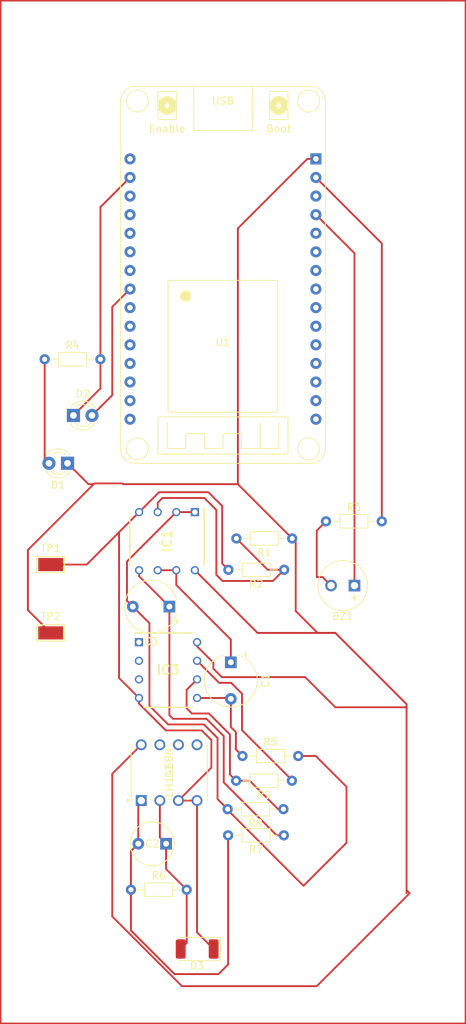
<source format=kicad_pcb>
(kicad_pcb (version 20211014) (generator pcbnew)
  (layers (0 "F.Cu" signal) (31 "B.Cu" signal) (34 "B.Paste" user) (35 "F.Paste" user) (36 "B.SilkS" user "B.Silkscreen") (37 "F.SilkS" user "F.Silkscreen") (38 "B.Mask" user) (39 "F.Mask" user) (44 "Edge.Cuts" user))
  (net 0 "")
  (net 1 "Net-(C1-Pad1)")
  (net 2 "/SIGNAL_2")
  (net 3 "Net-(C2-Pad1)")
  (net 4 "Net-(C2-Pad2)")
  (net 5 "/SIGNAL_1")
  (net 6 "/PWD_1.65")
  (net 7 "VCC")
  (net 8 "GND")
  (net 9 "Net-(IC1-Pad3)")
  (net 16 "Net-(IC3-Pad7)")
  (net 17 "Net-(BZ1-Pad1)")
  (net 18 "Net-(BZ1-Pad2)")
  (net 19 "Net-(D1-Pad2)")
  (net 20 "Net-(D2-Pad1)")
  (net 21 "Net-(D2-Pad2)")
  (net 22 "Net-(R3-Pad2)")
  (net 27 "SIGNAL_OUT")
  (footprint "Custom:MC1458N" (layer "F.Cu") (at 179.221973 149.900005 90)
    (fp_text reference "IC2" (at 3.81 3.81 90) (layer "F.SilkS"))
    (fp_text value "LM1458N" (at 3.81 3.81 90) (layer "F.SilkS"))
    (fp_text user "*" (at 0 -1.5113 90) (layer "F.SilkS"))
    (fp_text user "*" (at 0 -1.5113 90) (layer "F.SilkS"))
    (fp_line (start 0.127 -1.397) (end 0.127 -1.08204) (layer "F.SilkS") (width 0.12))
    (fp_line (start 0.127 9.017) (end 7.493 9.017) (layer "F.SilkS") (width 0.12))
    (fp_line (start 7.493 6.545439) (end 7.493 6.154561) (layer "F.SilkS") (width 0.12))
    (fp_line (start 0.127 1.08204) (end 0.127 1.465439) (layer "F.SilkS") (width 0.12))
    (fp_line (start 0.127 3.614561) (end 0.127 4.005439) (layer "F.SilkS") (width 0.12))
    (fp_line (start 7.493 4.005439) (end 7.493 3.614561) (layer "F.SilkS") (width 0.12))
    (fp_line (start 7.493 9.017) (end 7.493 8.694561) (layer "F.SilkS") (width 0.12))
    (fp_line (start 0.127 8.694561) (end 0.127 9.017) (layer "F.SilkS") (width 0.12))
    (fp_line (start 7.493 -1.397) (end 0.127 -1.397) (layer "F.SilkS") (width 0.12))
    (fp_line (start 7.493 -1.074561) (end 7.493 -1.397) (layer "F.SilkS") (width 0.12))
    (fp_line (start 0.127 6.154561) (end 0.127 6.545439) (layer "F.SilkS") (width 0.12))
    (fp_line (start 7.493 1.465439) (end 7.493 1.074561) (layer "F.SilkS") (width 0.12))
    (pad "1" thru_hole rect locked (at 0 0 90) (size 1.4986 1.4986) (drill 0.9906) (layers *.Cu *.Mask) (net 4 "Net-(C2-Pad2)"))
    (pad "2" thru_hole circle locked (at 0 2.54 90) (size 1.4986 1.4986) (drill 0.9906) (layers *.Cu *.Mask) (net 3 "Net-(C2-Pad1)"))
    (pad "3" thru_hole circle locked (at 0 5.08 90) (size 1.4986 1.4986) (drill 0.9906) (layers *.Cu *.Mask) (net 8 "GND"))
    (pad "4" thru_hole circle locked (at 0 7.62 90) (size 1.4986 1.4986) (drill 0.9906) (layers *.Cu *.Mask) (net 8 "GND"))
    (pad "5" thru_hole circle locked (at 7.62 7.62 90) (size 1.4986 1.4986) (drill 0.9906) (layers *.Cu *.Mask))
    (pad "6" thru_hole circle locked (at 7.62 5.08 90) (size 1.4986 1.4986) (drill 0.9906) (layers *.Cu *.Mask))
    (pad "7" thru_hole circle locked (at 7.62 2.54 90) (size 1.4986 1.4986) (drill 0.9906) (layers *.Cu *.Mask))
    (pad "8" thru_hole circle locked (at 7.62 0 90) (size 1.4986 1.4986) (drill 0.9906) (layers *.Cu *.Mask) (net 7 "VCC"))
  )
  (footprint "Resistor_THT:R_Axial_DIN0204_L3.6mm_D1.6mm_P7.62mm_Horizontal" (layer "F.Cu") (at 198.748124 118.37707 180)
    (fp_text reference "R2" (at 3.81 -1.92) (layer "F.SilkS"))
    (fp_text value "10k")
    (fp_line (start 5.73 0.92) (end 5.73 -0.92) (layer "F.SilkS") (width 0.12))
    (fp_line (start 1.89 0.92) (end 5.73 0.92) (layer "F.SilkS") (width 0.12))
    (fp_line (start 5.73 -0.92) (end 1.89 -0.92) (layer "F.SilkS") (width 0.12))
    (fp_line (start 0.94 0) (end 1.89 0) (layer "F.SilkS") (width 0.12))
    (fp_line (start 6.68 0) (end 5.73 0) (layer "F.SilkS") (width 0.12))
    (fp_line (start 1.89 -0.92) (end 1.89 0.92) (layer "F.SilkS") (width 0.12))
    (pad "1" thru_hole circle (at 0 0 180) (size 1.4 1.4) (drill 0.7) (layers *.Cu *.Mask) (net 9 "Net-(IC1-Pad3)"))
    (pad "2" thru_hole oval (at 7.62 0 180) (size 1.4 1.4) (drill 0.7) (layers *.Cu *.Mask) (net 8 "GND"))
  )
  (footprint "Resistor_THT:R_Axial_DIN0204_L3.6mm_D1.6mm_P7.62mm_Horizontal" (layer "F.Cu") (at 198.647016 151.075791 180)
    (fp_text reference "R8" (at 3.81 -1.92) (layer "F.SilkS"))
    (fp_text value "1k")
    (fp_line (start 5.73 0.92) (end 5.73 -0.92) (layer "F.SilkS") (width 0.12))
    (fp_line (start 5.73 -0.92) (end 1.89 -0.92) (layer "F.SilkS") (width 0.12))
    (fp_line (start 1.89 0.92) (end 5.73 0.92) (layer "F.SilkS") (width 0.12))
    (fp_line (start 1.89 -0.92) (end 1.89 0.92) (layer "F.SilkS") (width 0.12))
    (fp_line (start 0.94 0) (end 1.89 0) (layer "F.SilkS") (width 0.12))
    (fp_line (start 6.68 0) (end 5.73 0) (layer "F.SilkS") (width 0.12))
    (pad "1" thru_hole circle (at 0 0 180) (size 1.4 1.4) (drill 0.7) (layers *.Cu *.Mask) (net 27 "SIGNAL_OUT"))
    (pad "2" thru_hole oval (at 7.62 0 180) (size 1.4 1.4) (drill 0.7) (layers *.Cu *.Mask) (net 6 "/PWD_1.65"))
  )
  (footprint "TestPoint:TestPoint_Keystone_5015_Micro-Minature" (layer "F.Cu") (at 166.847018 127)
    (fp_text reference "TP2" (at 0 -2.25) (layer "F.SilkS"))
    (fp_text value "TestPoint")
    (fp_line (start -1.9 1.1) (end -1.9 -1.1) (layer "F.SilkS") (width 0.15))
    (fp_line (start 1.9 1.1) (end -1.9 1.1) (layer "F.SilkS") (width 0.15))
    (fp_line (start 1.9 -1.1) (end 1.9 1.1) (layer "F.SilkS") (width 0.15))
    (fp_line (start -1.9 -1.1) (end 1.9 -1.1) (layer "F.SilkS") (width 0.15))
    (pad "1" smd rect (at 0 0) (size 3.4 1.8) (layers "F.Cu" "F.Paste" "F.Mask") (net 7 "VCC"))
  )
  (footprint "Custom:DIP794W53P254L959H508Q8N" (layer "F.Cu") (at 182.88 132.08)
    (fp_text reference "IC3" (at 0 0) (layer "F.SilkS") (effects (font (size 1.27 1.27) (thickness 0.254))))
    (fp_text value "RC4558IP" hide)
    (fp_line (start -3.3 5.08) (end 3.3 5.08) (layer "F.SilkS") (width 0.2))
    (fp_line (start -4.535 -5.08) (end 3.3 -5.08) (layer "F.SilkS") (width 0.2))
    (pad "1" thru_hole rect locked (at -3.97 -3.81) (size 1.13 1.13) (drill 0.73) (layers *.Cu *.Mask))
    (pad "2" thru_hole circle locked (at -3.97 -1.27) (size 1.13 1.13) (drill 0.73) (layers *.Cu *.Mask))
    (pad "3" thru_hole circle locked (at -3.97 1.27) (size 1.13 1.13) (drill 0.73) (layers *.Cu *.Mask))
    (pad "4" thru_hole circle locked (at -3.97 3.81) (size 1.13 1.13) (drill 0.73) (layers *.Cu *.Mask) (net 8 "GND"))
    (pad "5" thru_hole circle locked (at 3.97 3.81) (size 1.13 1.13) (drill 0.73) (layers *.Cu *.Mask) (net 2 "/SIGNAL_2"))
    (pad "6" thru_hole circle locked (at 3.97 1.27) (size 1.13 1.13) (drill 0.73) (layers *.Cu *.Mask) (net 27 "SIGNAL_OUT"))
    (pad "7" thru_hole circle locked (at 3.97 -1.27) (size 1.13 1.13) (drill 0.73) (layers *.Cu *.Mask) (net 16 "Net-(IC3-Pad7)"))
    (pad "8" thru_hole circle locked (at 3.97 -3.81) (size 1.13 1.13) (drill 0.73) (layers *.Cu *.Mask) (net 7 "VCC"))
  )
  (footprint "Resistor_THT:R_Axial_DIN0204_L3.6mm_D1.6mm_P7.62mm_Horizontal" (layer "F.Cu") (at 199.808322 147.189298 180)
    (fp_text reference "R9" (at 3.81 -1.92) (layer "F.SilkS"))
    (fp_text value "100k")
    (fp_line (start 5.73 0.92) (end 5.73 -0.92) (layer "F.SilkS") (width 0.12))
    (fp_line (start 6.68 0) (end 5.73 0) (layer "F.SilkS") (width 0.12))
    (fp_line (start 5.73 -0.92) (end 1.89 -0.92) (layer "F.SilkS") (width 0.12))
    (fp_line (start 1.89 0.92) (end 5.73 0.92) (layer "F.SilkS") (width 0.12))
    (fp_line (start 0.94 0) (end 1.89 0) (layer "F.SilkS") (width 0.12))
    (fp_line (start 1.89 -0.92) (end 1.89 0.92) (layer "F.SilkS") (width 0.12))
    (pad "1" thru_hole circle (at 0 0 180) (size 1.4 1.4) (drill 0.7) (layers *.Cu *.Mask) (net 16 "Net-(IC3-Pad7)"))
    (pad "2" thru_hole oval (at 7.62 0 180) (size 1.4 1.4) (drill 0.7) (layers *.Cu *.Mask) (net 27 "SIGNAL_OUT"))
  )
  (footprint "Capacitor_THT:CP_Radial_D8.0mm_P3.80mm" (layer "F.Cu") (at 182.615188 155.798503 180)
    (fp_text reference "C2" (at 1.9 0) (layer "F.SilkS"))
    (fp_text value "15p")
    (fp_circle (center 1.9 0) (end 4.9 0) (layer "F.SilkS") (width 0.12) (fill none))
    (pad "1" thru_hole rect (at 0 0 180) (size 1.6 1.6) (drill 0.8) (layers *.Cu *.Mask) (net 3 "Net-(C2-Pad1)"))
    (pad "2" thru_hole circle (at 3.8 0 180) (size 1.6 1.6) (drill 0.8) (layers *.Cu *.Mask) (net 4 "Net-(C2-Pad2)"))
  )
  (footprint "Resistor_THT:R_Axial_DIN0204_L3.6mm_D1.6mm_P7.62mm_Horizontal" (layer "F.Cu") (at 204.47 111.76)
    (fp_text reference "R3" (at 3.81 -1.92) (layer "F.SilkS"))
    (fp_text value "120")
    (fp_line (start 5.73 -0.92) (end 1.89 -0.92) (layer "F.SilkS") (width 0.12))
    (fp_line (start 5.73 0.92) (end 5.73 -0.92) (layer "F.SilkS") (width 0.12))
    (fp_line (start 6.68 0) (end 5.73 0) (layer "F.SilkS") (width 0.12))
    (fp_line (start 0.94 0) (end 1.89 0) (layer "F.SilkS") (width 0.12))
    (fp_line (start 1.89 -0.92) (end 1.89 0.92) (layer "F.SilkS") (width 0.12))
    (fp_line (start 1.89 0.92) (end 5.73 0.92) (layer "F.SilkS") (width 0.12))
    (pad "1" thru_hole circle (at 0 0) (size 1.4 1.4) (drill 0.7) (layers *.Cu *.Mask) (net 18 "Net-(BZ1-Pad2)"))
    (pad "2" thru_hole oval (at 7.62 0) (size 1.4 1.4) (drill 0.7) (layers *.Cu *.Mask) (net 22 "Net-(R3-Pad2)"))
  )
  (footprint "LED_THT:LED_D3.0mm_Clear" (layer "F.Cu") (at 169.148613 103.825871 180)
    (fp_text reference "D1" (at 1.27 -2.96) (layer "F.SilkS"))
    (fp_text value "LED")
    (fp_line (start -0.29 1.08) (end -0.29 1.236) (layer "F.SilkS") (width 0.12))
    (fp_line (start -0.29 -1.236) (end -0.29 -1.08) (layer "F.SilkS") (width 0.12))
    (fp_arc (start -0.29 -1.235516) (mid 1.366487 -1.987659) (end 2.942335 -1.078608) (layer "F.SilkS") (width 0.12))
    (fp_arc (start 2.31113 1.079837) (mid 1.270117 1.5) (end 0.229039 1.08) (layer "F.SilkS") (width 0.12))
    (fp_arc (start 0.229039 -1.08) (mid 1.270117 -1.5) (end 2.31113 -1.079837) (layer "F.SilkS") (width 0.12))
    (fp_arc (start 2.942335 1.078608) (mid 1.366487 1.987659) (end -0.29 1.235516) (layer "F.SilkS") (width 0.12))
    (pad "1" thru_hole rect (at 0 0 180) (size 1.8 1.8) (drill 0.9) (layers *.Cu *.Mask) (net 7 "VCC"))
    (pad "2" thru_hole circle (at 2.54 0 180) (size 1.8 1.8) (drill 0.9) (layers *.Cu *.Mask) (net 19 "Net-(D1-Pad2)"))
  )
  (footprint "Resistor_THT:R_Axial_DIN0204_L3.6mm_D1.6mm_P7.62mm_Horizontal" (layer "F.Cu") (at 193.053335 143.814816)
    (fp_text reference "R5" (at 3.81 -1.92) (layer "F.SilkS"))
    (fp_text value "25k")
    (fp_line (start 1.89 0.92) (end 5.73 0.92) (layer "F.SilkS") (width 0.12))
    (fp_line (start 0.94 0) (end 1.89 0) (layer "F.SilkS") (width 0.12))
    (fp_line (start 1.89 -0.92) (end 1.89 0.92) (layer "F.SilkS") (width 0.12))
    (fp_line (start 6.68 0) (end 5.73 0) (layer "F.SilkS") (width 0.12))
    (fp_line (start 5.73 0.92) (end 5.73 -0.92) (layer "F.SilkS") (width 0.12))
    (fp_line (start 5.73 -0.92) (end 1.89 -0.92) (layer "F.SilkS") (width 0.12))
    (pad "1" thru_hole circle (at 0 0) (size 1.4 1.4) (drill 0.7) (layers *.Cu *.Mask) (net 2 "/SIGNAL_2"))
    (pad "2" thru_hole oval (at 7.62 0) (size 1.4 1.4) (drill 0.7) (layers *.Cu *.Mask) (net 6 "/PWD_1.65"))
  )
  (footprint "Custom:DIP794W53P254L959H508Q8N" (layer "F.Cu") (at 182.739269 114.469513 -90)
    (fp_text reference "IC1" (at 0 0 -270) (layer "F.SilkS") (effects (font (size 1.27 1.27) (thickness 0.254))))
    (fp_text value "RC4558IP" hide)
    (fp_line (start -4.535 -5.08) (end 3.3 -5.08) (layer "F.SilkS") (width 0.2))
    (fp_line (start -3.3 5.08) (end 3.3 5.08) (layer "F.SilkS") (width 0.2))
    (pad "1" thru_hole rect locked (at -3.97 -3.81 270) (size 1.13 1.13) (drill 0.73) (layers *.Cu *.Mask) (net 6 "/PWD_1.65"))
    (pad "2" thru_hole circle locked (at -3.97 -1.27 270) (size 1.13 1.13) (drill 0.73) (layers *.Cu *.Mask) (net 6 "/PWD_1.65"))
    (pad "3" thru_hole circle locked (at -3.97 1.27 270) (size 1.13 1.13) (drill 0.73) (layers *.Cu *.Mask) (net 9 "Net-(IC1-Pad3)"))
    (pad "4" thru_hole circle locked (at -3.97 3.81 270) (size 1.13 1.13) (drill 0.73) (layers *.Cu *.Mask) (net 8 "GND"))
    (pad "5" thru_hole circle locked (at 3.97 3.81 270) (size 1.13 1.13) (drill 0.73) (layers *.Cu *.Mask) (net 5 "/SIGNAL_1"))
    (pad "6" thru_hole circle locked (at 3.97 1.27 270) (size 1.13 1.13) (drill 0.73) (layers *.Cu *.Mask) (net 1 "Net-(C1-Pad1)"))
    (pad "7" thru_hole circle locked (at 3.97 -1.27 270) (size 1.13 1.13) (drill 0.73) (layers *.Cu *.Mask) (net 1 "Net-(C1-Pad1)"))
    (pad "8" thru_hole circle locked (at 3.97 -3.81 270) (size 1.13 1.13) (drill 0.73) (layers *.Cu *.Mask) (net 7 "VCC"))
  )
  (footprint "esp32_devkit_v1_doit:esp32_devkit_v1_doit_own_ESP" (layer "F.Cu") (at 190.386019 97.806215 180)
    (fp_text reference "U1" (at 0 10.47) (layer "F.SilkS"))
    (fp_text value "ESP32_DevKit_V1_DOIT")
    (fp_text user "Enable" (at 7.62 39.68) (layer "F.SilkS"))
    (fp_text user "Boot" (at -7.62 39.68) (layer "F.SilkS"))
    (fp_text user "USB" (at 0 43.49) (layer "F.SilkS"))
    (fp_line (start -2.54 -4.008) (end -7.62 -4.008) (layer "F.SilkS") (width 0.12))
    (fp_line (start 5.08 -1.976) (end 2.54 -1.976) (layer "F.SilkS") (width 0.12))
    (fp_line (start 12 -6.04) (end -12 -6.04) (layer "F.SilkS") (width 0.12))
    (fp_line (start 14 -4.04) (end 14 43.46) (layer "F.SilkS") (width 0.12))
    (fp_line (start -7.5 0.96) (end -7.5 18.96) (layer "F.SilkS") (width 0.12))
    (fp_line (start -8.89 -4.77) (end -8.89 0.31) (layer "F.SilkS") (width 0.12))
    (fp_line (start 6.35 44.76) (end 8.89 44.76) (layer "F.SilkS") (width 0.12))
    (fp_line (start 4 39.46) (end -4 39.46) (layer "F.SilkS") (width 0.12))
    (fp_line (start 8.89 0.31) (end 8.89 -4.77) (layer "F.SilkS") (width 0.12))
    (fp_line (start 8.89 -4.77) (end -8.89 -4.77) (layer "F.SilkS") (width 0.12))
    (fp_line (start -8.89 44.76) (end -6.35 44.76) (layer "F.SilkS") (width 0.12))
    (fp_line (start -2.54 -1.976) (end -2.54 -4.008) (layer "F.SilkS") (width 0.12))
    (fp_line (start 7.62 -4.008) (end 5.08 -4.008) (layer "F.SilkS") (width 0.12))
    (fp_line (start -8.89 0.31) (end 8.89 0.31) (layer "F.SilkS") (width 0.12))
    (fp_line (start 8.89 40.95) (end 6.35 40.95) (layer "F.SilkS") (width 0.12))
    (fp_line (start 6.35 40.95) (end 6.35 44.76) (layer "F.SilkS") (width 0.12))
    (fp_line (start -4 39.46) (end -4 45.46) (layer "F.SilkS") (width 0.12))
    (fp_line (start -6.35 44.76) (end -6.35 40.95) (layer "F.SilkS") (width 0.12))
    (fp_line (start 8.89 44.76) (end 8.89 40.95) (layer "F.SilkS") (width 0.12))
    (fp_line (start 5.08 -4.008) (end 5.08 -1.976) (layer "F.SilkS") (width 0.12))
    (fp_line (start 2.54 -4.008) (end 0 -4.008) (layer "F.SilkS") (width 0.12))
    (fp_line (start 0 -1.976) (end -2.54 -1.976) (layer "F.SilkS") (width 0.12))
    (fp_line (start -5.08 -4.008) (end -5.08 -0.452) (layer "F.SilkS") (width 0.12))
    (fp_line (start 7.62 -0.452) (end 7.62 -4.008) (layer "F.SilkS") (width 0.12))
    (fp_line (start -6.35 40.95) (end -8.89 40.95) (layer "F.SilkS") (width 0.12))
    (fp_line (start -14 43.46) (end -14 -4.04) (layer "F.SilkS") (width 0.12))
    (fp_line (start 2.54 -1.976) (end 2.54 -4.008) (layer "F.SilkS") (width 0.12))
    (fp_line (start -7.5 18.96) (end 7.5 18.96) (layer "F.SilkS") (width 0.12))
    (fp_line (start 12 45.46) (end -12 45.46) (layer "F.SilkS") (width 0.12))
    (fp_line (start -7.62 -4.008) (end -7.62 -0.452) (layer "F.SilkS") (width 0.12))
    (fp_line (start -8.89 40.95) (end -8.89 44.76) (layer "F.SilkS") (width 0.12))
    (fp_line (start 7.5 0.96) (end -7.5 0.96) (layer "F.SilkS") (width 0.12))
    (fp_line (start 4 39.46) (end 4 45.46) (layer "F.SilkS") (width 0.12))
    (fp_line (start 0 -4.008) (end 0 -1.976) (layer "F.SilkS") (width 0.12))
    (fp_line (start 7.5 18.96) (end 7.5 0.96) (layer "F.SilkS") (width 0.12))
    (fp_arc (start -14 -4.04) (mid -13.414214 -5.454214) (end -12 -6.04) (layer "F.SilkS") (width 0.12))
    (fp_arc (start 14 43.46) (mid 13.414214 44.874214) (end 12 45.46) (layer "F.SilkS") (width 0.12))
    (fp_arc (start -12 45.46) (mid -13.414214 44.874214) (end -14 43.46) (layer "F.SilkS") (width 0.12))
    (fp_arc (start 12 -6.04) (mid 13.414214 -5.454214) (end 14 -4.04) (layer "F.SilkS") (width 0.12))
    (fp_circle (center 11.7 43.46) (end 10.2 43.46) (layer "F.SilkS") (width 0.12) (fill none))
    (fp_circle (center 7.62 42.855) (end 7.32 42.855) (layer "F.SilkS") (width 1) (fill none))
    (fp_circle (center -7.62 42.855) (end -7.92 42.855) (layer "F.SilkS") (width 1) (fill none))
    (fp_circle (center -11.7 43.46) (end -13.2 43.46) (layer "F.SilkS") (width 0.12) (fill none))
    (fp_circle (center 11.7 -4.04) (end 10.2 -4.04) (layer "F.SilkS") (width 0.12) (fill none))
    (fp_circle (center 5.08 16.82) (end 4.68 16.82) (layer "F.SilkS") (width 0.8) (fill none))
    (fp_circle (center -11.7 -4.04) (end -13.2 -4.04) (layer "F.SilkS") (width 0.12) (fill none))
    (pad "1" thru_hole rect (at -12.7 35.56) (size 1.524 1.524) (drill 0.762) (layers *.Cu *.Mask) (net 7 "VCC"))
    (pad "2" thru_hole circle (at -12.7 33.02) (size 1.524 1.524) (drill 0.762) (layers *.Cu *.Mask) (net 22 "Net-(R3-Pad2)"))
    (pad "3" thru_hole circle (at -12.7 30.48) (size 1.524 1.524) (drill 0.762) (layers *.Cu *.Mask))
    (pad "4" thru_hole circle (at -12.7 27.94) (size 1.524 1.524) (drill 0.762) (layers *.Cu *.Mask) (net 17 "Net-(BZ1-Pad1)"))
    (pad "5" thru_hole circle (at -12.7 25.4) (size 1.524 1.524) (drill 0.762) (layers *.Cu *.Mask))
    (pad "6" thru_hole circle (at -12.7 22.86) (size 1.524 1.524) (drill 0.762) (layers *.Cu *.Mask))
    (pad "7" thru_hole circle (at -12.7 20.32) (size 1.524 1.524) (drill 0.762) (layers *.Cu *.Mask))
    (pad "8" thru_hole circle (at -12.7 17.78) (size 1.524 1.524) (drill 0.762) (layers *.Cu *.Mask) (net 27 "SIGNAL_OUT"))
    (pad "9" thru_hole circle (at -12.7 15.24) (size 1.524 1.524) (drill 0.762) (layers *.Cu *.Mask))
    (pad "10" thru_hole circle (at -12.7 12.7) (size 1.524 1.524) (drill 0.762) (layers *.Cu *.Mask))
    (pad "11" thru_hole circle (at -12.7 10.16) (size 1.524 1.524) (drill 0.762) (layers *.Cu *.Mask))
    (pad "12" thru_hole circle (at -12.7 7.62) (size 1.524 1.524) (drill 0.762) (layers *.Cu *.Mask))
    (pad "13" thru_hole circle (at -12.7 5.08) (size 1.524 1.524) (drill 0.762) (layers *.Cu *.Mask))
    (pad "14" thru_hole circle (at -12.7 2.54) (size 1.524 1.524) (drill 0.762) (layers *.Cu *.Mask))
    (pad "15" thru_hole circle (at -12.7 0) (size 1.524 1.524) (drill 0.762) (layers *.Cu *.Mask))
    (pad "16" thru_hole circle (at 12.7 35.56 180) (size 1.524 1.524) (drill 0.762) (layers *.Cu *.Mask))
    (pad "17" thru_hole circle (at 12.7 33.02 180) (size 1.524 1.524) (drill 0.762) (layers *.Cu *.Mask) (net 20 "Net-(D2-Pad1)"))
    (pad "18" thru_hole circle (at 12.7 30.48 180) (size 1.524 1.524) (drill 0.762) (layers *.Cu *.Mask))
    (pad "19" thru_hole circle (at 12.7 27.94 180) (size 1.524 1.524) (drill 0.762) (layers *.Cu *.Mask))
    (pad "20" thru_hole circle (at 12.7 25.4 180) (size 1.524 1.524) (drill 0.762) (layers *.Cu *.Mask))
    (pad "21" thru_hole circle (at 12.7 22.86 180) (size 1.524 1.524) (drill 0.762) (layers *.Cu *.Mask))
    (pad "22" thru_hole circle (at 12.7 20.32 180) (size 1.524 1.524) (drill 0.762) (layers *.Cu *.Mask))
    (pad "23" thru_hole circle (at 12.7 17.78 180) (size 1.524 1.524) (drill 0.762) (layers *.Cu *.Mask) (net 21 "Net-(D2-Pad2)"))
    (pad "24" thru_hole circle (at 12.7 15.24 180) (size 1.524 1.524) (drill 0.762) (layers *.Cu *.Mask))
    (pad "25" thru_hole circle (at 12.7 12.7 180) (size 1.524 1.524) (drill 0.762) (layers *.Cu *.Mask))
    (pad "26" thru_hole circle (at 12.7 10.16 180) (size 1.524 1.524) (drill 0.762) (layers *.Cu *.Mask))
    (pad "27" thru_hole circle (at 12.7 7.62 180) (size 1.524 1.524) (drill 0.762) (layers *.Cu *.Mask))
    (pad "28" thru_hole circle (at 12.7 5.08 180) (size 1.524 1.524) (drill 0.762) (layers *.Cu *.Mask))
    (pad "29" thru_hole circle (at 12.7 2.54 180) (size 1.524 1.524) (drill 0.762) (layers *.Cu *.Mask))
    (pad "30" thru_hole circle (at 12.7 0 180) (size 1.524 1.524) (drill 0.762) (layers *.Cu *.Mask))
  )
  (footprint "Capacitor_THT:CP_Radial_Tantal_D7.0mm_P5.00mm" (layer "F.Cu") (at 191.462812 131.010208 -90)
    (fp_text reference "C1" (at 2.5 -4.75 90) (layer "F.SilkS"))
    (fp_text value "10u")
    (fp_line (start -1.374723 -2.035) (end -0.674723 -2.035) (layer "F.SilkS") (width 0.12))
    (fp_line (start -1.024723 -2.385) (end -1.024723 -1.685) (layer "F.SilkS") (width 0.12))
    (fp_arc (start -0.961329 -1.06) (mid 6.12 0) (end -0.961329 1.06) (layer "F.SilkS") (width 0.12))
    (pad "1" thru_hole rect (at 0 0 270) (size 1.6 1.6) (drill 0.8) (layers *.Cu *.Mask) (net 1 "Net-(C1-Pad1)"))
    (pad "2" thru_hole circle (at 5 0 270) (size 1.6 1.6) (drill 0.8) (layers *.Cu *.Mask) (net 2 "/SIGNAL_2"))
  )
  (footprint "LED_THT:LED_D3.0mm_FlatTop" (layer "F.Cu") (at 169.952039 97.290994)
    (fp_text reference "D2" (at 1.27 -2.96) (layer "F.SilkS"))
    (fp_text value "LED")
    (fp_line (start -0.29 1.08) (end -0.29 1.236) (layer "F.SilkS") (width 0.12))
    (fp_line (start -0.29 -1.236) (end -0.29 -1.08) (layer "F.SilkS") (width 0.12))
    (fp_arc (start 2.942335 1.078608) (mid 1.366487 1.987659) (end -0.29 1.235516) (layer "F.SilkS") (width 0.12))
    (fp_arc (start 0.229039 -1.08) (mid 1.270117 -1.5) (end 2.31113 -1.079837) (layer "F.SilkS") (width 0.12))
    (fp_arc (start -0.29 -1.235516) (mid 1.366487 -1.987659) (end 2.942335 -1.078608) (layer "F.SilkS") (width 0.12))
    (fp_arc (start 2.31113 1.079837) (mid 1.270117 1.5) (end 0.229039 1.08) (layer "F.SilkS") (width 0.12))
    (pad "1" thru_hole rect (at 0 0) (size 1.8 1.8) (drill 0.9) (layers *.Cu *.Mask) (net 20 "Net-(D2-Pad1)"))
    (pad "2" thru_hole circle (at 2.54 0) (size 1.8 1.8) (drill 0.9) (layers *.Cu *.Mask) (net 21 "Net-(D2-Pad2)"))
  )
  (footprint "Capacitor_THT:CP_Radial_Tantal_D7.0mm_P5.00mm" (layer "F.Cu") (at 183.067969 123.404336 180)
    (fp_text reference "C3" (at 2.5 -4.75) (layer "F.SilkS"))
    (fp_text value "100n")
    (fp_line (start -1.374723 -2.035) (end -0.674723 -2.035) (layer "F.SilkS") (width 0.12))
    (fp_line (start -1.024723 -2.385) (end -1.024723 -1.685) (layer "F.SilkS") (width 0.12))
    (fp_arc (start -0.961329 -1.06) (mid 6.12 0) (end -0.961329 1.06) (layer "F.SilkS") (width 0.12))
    (pad "1" thru_hole rect (at 0 0 180) (size 1.6 1.6) (drill 0.8) (layers *.Cu *.Mask) (net 5 "/SIGNAL_1"))
    (pad "2" thru_hole circle (at 5 0 180) (size 1.6 1.6) (drill 0.8) (layers *.Cu *.Mask) (net 6 "/PWD_1.65"))
  )
  (footprint "LED_SMD:LED_2010_5025Metric" (layer "F.Cu") (at 186.864696 170.18 180)
    (fp_text reference "D3" (at 0 -2.28) (layer "F.SilkS"))
    (fp_text value "D_Photo")
    (fp_line (start -3.185 -1.585) (end -3.185 1.585) (layer "F.SilkS") (width 0.12))
    (fp_line (start 2.5 -1.585) (end -3.185 -1.585) (layer "F.SilkS") (width 0.12))
    (fp_line (start -3.185 1.585) (end 2.5 1.585) (layer "F.SilkS") (width 0.12))
    (pad "1" smd roundrect (at -2.25 0 180) (size 1.35 2.65) (layers "F.Cu" "F.Paste" "F.Mask") (roundrect_rratio 0.185185) (net 8 "GND"))
    (pad "2" smd roundrect (at 2.25 0 180) (size 1.35 2.65) (layers "F.Cu" "F.Paste" "F.Mask") (roundrect_rratio 0.185185) (net 3 "Net-(C2-Pad1)"))
  )
  (footprint "Resistor_THT:R_Axial_DIN0204_L3.6mm_D1.6mm_P7.62mm_Horizontal" (layer "F.Cu") (at 177.811597 162.082772)
    (fp_text reference "R6" (at 3.81 -1.92) (layer "F.SilkS"))
    (fp_text value "100k")
    (fp_line (start 0.94 0) (end 1.89 0) (layer "F.SilkS") (width 0.12))
    (fp_line (start 6.68 0) (end 5.73 0) (layer "F.SilkS") (width 0.12))
    (fp_line (start 5.73 -0.92) (end 1.89 -0.92) (layer "F.SilkS") (width 0.12))
    (fp_line (start 5.73 0.92) (end 5.73 -0.92) (layer "F.SilkS") (width 0.12))
    (fp_line (start 1.89 0.92) (end 5.73 0.92) (layer "F.SilkS") (width 0.12))
    (fp_line (start 1.89 -0.92) (end 1.89 0.92) (layer "F.SilkS") (width 0.12))
    (pad "1" thru_hole circle (at 0 0) (size 1.4 1.4) (drill 0.7) (layers *.Cu *.Mask) (net 4 "Net-(C2-Pad2)"))
    (pad "2" thru_hole oval (at 7.62 0) (size 1.4 1.4) (drill 0.7) (layers *.Cu *.Mask) (net 3 "Net-(C2-Pad1)"))
  )
  (footprint "Resistor_THT:R_Axial_DIN0204_L3.6mm_D1.6mm_P7.62mm_Horizontal" (layer "F.Cu") (at 199.843905 114.099414 180)
    (fp_text reference "R1" (at 3.81 -1.92) (layer "F.SilkS"))
    (fp_text value "10k")
    (fp_line (start 5.73 -0.92) (end 1.89 -0.92) (layer "F.SilkS") (width 0.12))
    (fp_line (start 1.89 -0.92) (end 1.89 0.92) (layer "F.SilkS") (width 0.12))
    (fp_line (start 1.89 0.92) (end 5.73 0.92) (layer "F.SilkS") (width 0.12))
    (fp_line (start 6.68 0) (end 5.73 0) (layer "F.SilkS") (width 0.12))
    (fp_line (start 0.94 0) (end 1.89 0) (layer "F.SilkS") (width 0.12))
    (fp_line (start 5.73 0.92) (end 5.73 -0.92) (layer "F.SilkS") (width 0.12))
    (pad "1" thru_hole circle (at 0 0 180) (size 1.4 1.4) (drill 0.7) (layers *.Cu *.Mask) (net 7 "VCC"))
    (pad "2" thru_hole oval (at 7.62 0 180) (size 1.4 1.4) (drill 0.7) (layers *.Cu *.Mask) (net 9 "Net-(IC1-Pad3)"))
  )
  (footprint "TestPoint:TestPoint_Keystone_5015_Micro-Minature" (layer "F.Cu") (at 166.847018 117.664645)
    (fp_text reference "TP1" (at 0 -2.25) (layer "F.SilkS"))
    (fp_text value "TestPoint")
    (fp_line (start 1.9 1.1) (end -1.9 1.1) (layer "F.SilkS") (width 0.15))
    (fp_line (start 1.9 -1.1) (end 1.9 1.1) (layer "F.SilkS") (width 0.15))
    (fp_line (start -1.9 -1.1) (end 1.9 -1.1) (layer "F.SilkS") (width 0.15))
    (fp_line (start -1.9 1.1) (end -1.9 -1.1) (layer "F.SilkS") (width 0.15))
    (pad "1" smd rect (at 0 0) (size 3.4 1.8) (layers "F.Cu" "F.Paste" "F.Mask") (net 8 "GND"))
  )
  (footprint "Resistor_THT:R_Axial_DIN0204_L3.6mm_D1.6mm_P7.62mm_Horizontal" (layer "F.Cu") (at 198.708327 154.65562 180)
    (fp_text reference "R7" (at 3.81 -1.92) (layer "F.SilkS"))
    (fp_text value "330k")
    (fp_line (start 5.73 -0.92) (end 1.89 -0.92) (layer "F.SilkS") (width 0.12))
    (fp_line (start 6.68 0) (end 5.73 0) (layer "F.SilkS") (width 0.12))
    (fp_line (start 5.73 0.92) (end 5.73 -0.92) (layer "F.SilkS") (width 0.12))
    (fp_line (start 1.89 -0.92) (end 1.89 0.92) (layer "F.SilkS") (width 0.12))
    (fp_line (start 1.89 0.92) (end 5.73 0.92) (layer "F.SilkS") (width 0.12))
    (fp_line (start 0.94 0) (end 1.89 0) (layer "F.SilkS") (width 0.12))
    (pad "1" thru_hole circle (at 0 0 180) (size 1.4 1.4) (drill 0.7) (layers *.Cu *.Mask) (net 5 "/SIGNAL_1"))
    (pad "2" thru_hole oval (at 7.62 0 180) (size 1.4 1.4) (drill 0.7) (layers *.Cu *.Mask) (net 4 "Net-(C2-Pad2)"))
  )
  (footprint "Resistor_THT:R_Axial_DIN0204_L3.6mm_D1.6mm_P7.62mm_Horizontal" (layer "F.Cu") (at 166.022496 89.616313)
    (fp_text reference "R4" (at 3.81 -1.92) (layer "F.SilkS"))
    (fp_text value "240")
    (fp_line (start 6.68 0) (end 5.73 0) (layer "F.SilkS") (width 0.12))
    (fp_line (start 0.94 0) (end 1.89 0) (layer "F.SilkS") (width 0.12))
    (fp_line (start 1.89 -0.92) (end 1.89 0.92) (layer "F.SilkS") (width 0.12))
    (fp_line (start 5.73 -0.92) (end 1.89 -0.92) (layer "F.SilkS") (width 0.12))
    (fp_line (start 5.73 0.92) (end 5.73 -0.92) (layer "F.SilkS") (width 0.12))
    (fp_line (start 1.89 0.92) (end 5.73 0.92) (layer "F.SilkS") (width 0.12))
    (pad "1" thru_hole circle (at 0 0) (size 1.4 1.4) (drill 0.7) (layers *.Cu *.Mask) (net 19 "Net-(D1-Pad2)"))
    (pad "2" thru_hole oval (at 7.62 0) (size 1.4 1.4) (drill 0.7) (layers *.Cu *.Mask) (net 20 "Net-(D2-Pad1)"))
  )
  (footprint "Buzzer_Beeper:MagneticBuzzer_Kingstate_KCG0601" (layer "F.Cu") (at 208.355986 120.530929 180)
    (fp_text reference "BZ1" (at 1.6 -4.2) (layer "F.SilkS"))
    (fp_text value "Buzzer")
    (fp_text user "+" (at 0 -1.6) (layer "F.SilkS"))
    (fp_circle (center 1.6 0) (end 5 0) (layer "F.SilkS") (width 0.12) (fill none))
    (pad "1" thru_hole rect (at 0 0 180) (size 1.6 1.6) (drill 1) (layers *.Cu *.Mask) (net 17 "Net-(BZ1-Pad1)"))
    (pad "2" thru_hole circle (at 3.2 0 180) (size 1.6 1.6) (drill 1) (layers *.Cu *.Mask) (net 18 "Net-(BZ1-Pad2)"))
  )
  (gr_rect (start 160.02 180.34) (end 223.52 40.64) (layer "F.Cu") (width 0.2) (fill none))
  (segment (start 184.009269 120.460725) (end 191.462812 127.914268) (width 0.25) (layer "F.Cu") (net 1))
  (segment (start 181.469269 118.439513) (end 184.009269 118.439513) (width 0.25) (layer "F.Cu") (net 1))
  (segment (start 184.009269 118.439513) (end 184.009269 120.460725) (width 0.25) (layer "F.Cu") (net 1))
  (segment (start 191.462812 130.144024) (end 191.462812 131.197421) (width 0.25) (layer "F.Cu") (net 1))
  (segment (start 191.462812 131.197421) (end 191.543047 131.277656) (width 0.25) (layer "F.Cu") (net 1))
  (segment (start 191.462812 127.914268) (end 191.462812 131.010208) (width 0.25) (layer "F.Cu") (net 1))
  (segment (start 191.342604 135.89) (end 191.462812 136.010208) (width 0.25) (layer "F.Cu") (net 2))
  (segment (start 192.151074 140.5489) (end 192.151074 142.912555) (width 0.25) (layer "F.Cu") (net 2))
  (segment (start 192.151074 142.912555) (end 193.053335 143.814816) (width 0.25) (layer "F.Cu") (net 2))
  (segment (start 191.462812 136.010208) (end 191.462812 139.860638) (width 0.25) (layer "F.Cu") (net 2))
  (segment (start 186.85 135.89) (end 191.342604 135.89) (width 0.25) (layer "F.Cu") (net 2))
  (segment (start 191.462812 139.860638) (end 192.151074 140.5489) (width 0.25) (layer "F.Cu") (net 2))
  (segment (start 181.761973 154.945288) (end 182.615188 155.798503) (width 0.25) (layer "F.Cu") (net 3))
  (segment (start 181.761973 149.900005) (end 181.761973 154.945288) (width 0.25) (layer "F.Cu") (net 3))
  (segment (start 185.431597 169.363099) (end 184.614696 170.18) (width 0.25) (layer "F.Cu") (net 3))
  (segment (start 182.615188 155.798503) (end 182.615188 159.266363) (width 0.25) (layer "F.Cu") (net 3))
  (segment (start 182.615188 159.266363) (end 185.431597 162.082772) (width 0.25) (layer "F.Cu") (net 3))
  (segment (start 185.431597 162.082772) (end 185.431597 169.363099) (width 0.25) (layer "F.Cu") (net 3))
  (segment (start 177.811597 156.802094) (end 178.815188 155.798503) (width 0.25) (layer "F.Cu") (net 4))
  (segment (start 177.811597 167.651597) (end 177.811597 162.082772) (width 0.25) (layer "F.Cu") (net 4))
  (segment (start 189.777669 173.610595) (end 183.770595 173.610595) (width 0.25) (layer "F.Cu") (net 4))
  (segment (start 177.811597 162.082772) (end 177.811597 156.802094) (width 0.25) (layer "F.Cu") (net 4))
  (segment (start 183.770595 173.610595) (end 177.811597 167.651597) (width 0.25) (layer "F.Cu") (net 4))
  (segment (start 178.815188 155.798503) (end 178.815188 150.30679) (width 0.25) (layer "F.Cu") (net 4))
  (segment (start 178.815188 150.30679) (end 179.221973 149.900005) (width 0.25) (layer "F.Cu") (net 4))
  (segment (start 191.088327 154.65562) (end 191.088327 172.299937) (width 0.25) (layer "F.Cu") (net 4))
  (segment (start 191.088327 172.299937) (end 189.777669 173.610595) (width 0.25) (layer "F.Cu") (net 4))
  (segment (start 178.929269 118.439513) (end 178.929269 119.265636) (width 0.25) (layer "F.Cu") (net 5))
  (segment (start 188.131764 138.731022) (end 183.550436 138.731022) (width 0.25) (layer "F.Cu") (net 5))
  (segment (start 198.708327 154.65562) (end 197.725618 154.65562) (width 0.25) (layer "F.Cu") (net 5))
  (segment (start 183.067969 138.248555) (end 183.067969 123.404336) (width 0.25) (layer "F.Cu") (net 5))
  (segment (start 190.489993 147.419995) (end 190.489993 141.089251) (width 0.25) (layer "F.Cu") (net 5))
  (segment (start 190.489993 141.089251) (end 188.131764 138.731022) (width 0.25) (layer "F.Cu") (net 5))
  (segment (start 197.725618 154.65562) (end 190.489993 147.419995) (width 0.25) (layer "F.Cu") (net 5))
  (segment (start 183.550436 138.731022) (end 183.067969 138.248555) (width 0.25) (layer "F.Cu") (net 5))
  (segment (start 178.929269 119.265636) (end 183.067969 123.404336) (width 0.25) (layer "F.Cu") (net 5))
  (segment (start 177.26797 122.604337) (end 177.26797 117.240812) (width 0.25) (layer "F.Cu") (net 6))
  (segment (start 191.027016 151.18334) (end 191.027016 151.075791) (width 0.25) (layer "F.Cu") (net 6))
  (segment (start 189.644443 141.356943) (end 187.792373 139.504873) (width 0.25) (layer "F.Cu") (net 6))
  (segment (start 178.067969 123.404336) (end 177.26797 122.604337) (width 0.25) (layer "F.Cu") (net 6))
  (segment (start 207.265103 155.668779) (end 201.388779 161.545103) (width 0.25) (layer "F.Cu") (net 6))
  (segment (start 187.792373 139.504873) (end 182.89501 139.504873) (width 0.25) (layer "F.Cu") (net 6))
  (segment (start 177.26797 117.240812) (end 184.009269 110.499513) (width 0.25) (layer "F.Cu") (net 6))
  (segment (start 201.388779 161.545103) (end 191.027016 151.18334) (width 0.25) (layer "F.Cu") (net 6))
  (segment (start 184.009269 110.499513) (end 186.549269 110.499513) (width 0.25) (layer "F.Cu") (net 6))
  (segment (start 200.673335 143.814816) (end 203.070402 143.814816) (width 0.25) (layer "F.Cu") (net 6))
  (segment (start 203.070402 143.814816) (end 207.265103 148.009517) (width 0.25) (layer "F.Cu") (net 6))
  (segment (start 180.34 125.676367) (end 178.067969 123.404336) (width 0.25) (layer "F.Cu") (net 6))
  (segment (start 189.644443 149.693218) (end 189.644443 141.356943) (width 0.25) (layer "F.Cu") (net 6))
  (segment (start 191.027016 151.075791) (end 189.644443 149.693218) (width 0.25) (layer "F.Cu") (net 6))
  (segment (start 207.265103 148.009517) (end 207.265103 155.668779) (width 0.25) (layer "F.Cu") (net 6))
  (segment (start 180.34 136.949863) (end 180.34 125.676367) (width 0.25) (layer "F.Cu") (net 6))
  (segment (start 182.89501 139.504873) (end 180.34 136.949863) (width 0.25) (layer "F.Cu") (net 6))
  (segment (start 175.26 146.241978) (end 175.26 165.735718) (width 0.25) (layer "F.Cu") (net 7))
  (segment (start 189.082525 131.066156) (end 186.85 128.833631) (width 0.25) (layer "F.Cu") (net 7))
  (segment (start 169.148613 103.825871) (end 172.002742 106.68) (width 0.25) (layer "F.Cu") (net 7))
  (segment (start 199.843905 114.099414) (end 200.326445 114.581954) (width 0.25) (layer "F.Cu") (net 7))
  (segment (start 184.784282 175.26) (end 203.2 175.26) (width 0.25) (layer "F.Cu") (net 7))
  (segment (start 215.47548 137.58452) (end 215.47548 136.73548) (width 0.25) (layer "F.Cu") (net 7))
  (segment (start 201.622812 133.042812) (end 190.232551 133.042812) (width 0.25) (layer "F.Cu") (net 7))
  (segment (start 163.733289 115.666711) (end 172.72 106.68) (width 0.25) (layer "F.Cu") (net 7))
  (segment (start 215.9 162.56) (end 215.47548 162.13548) (width 0.25) (layer "F.Cu") (net 7))
  (segment (start 203.318084 127) (end 205.74 127) (width 0.25) (layer "F.Cu") (net 7))
  (segment (start 200.326445 114.581954) (end 200.326445 124.008361) (width 0.25) (layer "F.Cu") (net 7))
  (segment (start 189.082525 131.892786) (end 189.082525 131.066156) (width 0.25) (layer "F.Cu") (net 7))
  (segment (start 195.109756 127) (end 186.549269 118.439513) (width 0.25) (layer "F.Cu") (net 7))
  (segment (start 215.47548 162.13548) (end 215.47548 137.58452) (width 0.25) (layer "F.Cu") (net 7))
  (segment (start 172.72 106.68) (end 172.822309 106.577691) (width 0.25) (layer "F.Cu") (net 7))
  (segment (start 215.47548 137.16) (end 215.47548 137.58452) (width 0.25) (layer "F.Cu") (net 7))
  (segment (start 163.733289 123.886271) (end 163.733289 115.666711) (width 0.25) (layer "F.Cu") (net 7))
  (segment (start 192.424491 106.68) (end 192.424491 71.735509) (width 0.25) (layer "F.Cu") (net 7))
  (segment (start 172.002742 106.68) (end 172.72 106.68) (width 0.25) (layer "F.Cu") (net 7))
  (segment (start 176.658209 106.577691) (end 176.760518 106.68) (width 0.25) (layer "F.Cu") (net 7))
  (segment (start 205.74 127) (end 195.109756 127) (width 0.25) (layer "F.Cu") (net 7))
  (segment (start 172.822309 106.577691) (end 176.658209 106.577691) (width 0.25) (layer "F.Cu") (net 7))
  (segment (start 201.622812 133.042812) (end 205.74 137.16) (width 0.25) (layer "F.Cu") (net 7))
  (segment (start 192.424491 71.735509) (end 201.913785 62.246215) (width 0.25) (layer "F.Cu") (net 7))
  (segment (start 190.232551 133.042812) (end 189.082525 131.892786) (width 0.25) (layer "F.Cu") (net 7))
  (segment (start 175.26 165.735718) (end 184.784282 175.26) (width 0.25) (layer "F.Cu") (net 7))
  (segment (start 205.74 137.16) (end 215.47548 137.16) (width 0.25) (layer "F.Cu") (net 7))
  (segment (start 203.2 175.26) (end 215.9 162.56) (width 0.25) (layer "F.Cu") (net 7))
  (segment (start 186.85 128.833631) (end 186.85 128.27) (width 0.25) (layer "F.Cu") (net 7))
  (segment (start 176.760518 106.68) (end 192.424491 106.68) (width 0.25) (layer "F.Cu") (net 7))
  (segment (start 179.221973 142.280005) (end 175.26 146.241978) (width 0.25) (layer "F.Cu") (net 7))
  (segment (start 192.424491 106.68) (end 199.843905 114.099414) (width 0.25) (layer "F.Cu") (net 7))
  (segment (start 201.913785 62.246215) (end 203.086019 62.246215) (width 0.25) (layer "F.Cu") (net 7))
  (segment (start 200.326445 124.008361) (end 203.318084 127) (width 0.25) (layer "F.Cu") (net 7))
  (segment (start 166.847018 127) (end 163.733289 123.886271) (width 0.25) (layer "F.Cu") (net 7))
  (segment (start 215.47548 162.56) (end 215.47548 162.13548) (width 0.25) (layer "F.Cu") (net 7))
  (segment (start 215.47548 136.73548) (end 205.74 127) (width 0.25) (layer "F.Cu") (net 7))
  (segment (start 188.805508 141.644571) (end 187.48134 140.320403) (width 0.25) (layer "F.Cu") (net 8))
  (segment (start 188.805508 145.39647) (end 188.805508 141.644571) (width 0.25) (layer "F.Cu") (net 8))
  (segment (start 166.847018 117.664645) (end 171.764137 117.664645) (width 0.25) (layer "F.Cu") (net 8))
  (segment (start 184.301973 149.900005) (end 188.805508 145.39647) (width 0.25) (layer "F.Cu") (net 8))
  (segment (start 189.114696 170.18) (end 186.841973 167.907277) (width 0.25) (layer "F.Cu") (net 8))
  (segment (start 184.301973 149.900005) (end 186.841973 149.900005) (width 0.25) (layer "F.Cu") (net 8))
  (segment (start 190.28453 109.671638) (end 188.394616 107.781724) (width 0.25) (layer "F.Cu") (net 8))
  (segment (start 182.57815 140.320403) (end 178.91 136.652253) (width 0.25) (layer "F.Cu") (net 8))
  (segment (start 176.188513 133.168513) (end 176.188513 113.240269) (width 0.25) (layer "F.Cu") (net 8))
  (segment (start 186.841973 167.907277) (end 186.841973 149.900005) (width 0.25) (layer "F.Cu") (net 8))
  (segment (start 178.91 136.652253) (end 178.91 135.89) (width 0.25) (layer "F.Cu") (net 8))
  (segment (start 176.188513 113.240269) (end 178.929269 110.499513) (width 0.25) (layer "F.Cu") (net 8))
  (segment (start 178.91 135.89) (end 176.188513 133.168513) (width 0.25) (layer "F.Cu") (net 8))
  (segment (start 191.128124 118.37707) (end 190.28453 117.533476) (width 0.25) (layer "F.Cu") (net 8))
  (segment (start 179.07 136.05) (end 178.91 135.89) (width 0.25) (layer "F.Cu") (net 8))
  (segment (start 188.394616 107.781724) (end 181.647058 107.781724) (width 0.25) (layer "F.Cu") (net 8))
  (segment (start 181.647058 107.781724) (end 178.929269 110.499513) (width 0.25) (layer "F.Cu") (net 8))
  (segment (start 190.28453 117.533476) (end 190.28453 109.671638) (width 0.25) (layer "F.Cu") (net 8))
  (segment (start 171.764137 117.664645) (end 176.188513 113.240269) (width 0.25) (layer "F.Cu") (net 8))
  (segment (start 187.48134 140.320403) (end 182.57815 140.320403) (width 0.25) (layer "F.Cu") (net 8))
  (segment (start 189.482186 119.060573) (end 189.482186 110.211018) (width 0.25) (layer "F.Cu") (net 9))
  (segment (start 187.837406 108.566238) (end 182.122858 108.566238) (width 0.25) (layer "F.Cu") (net 9))
  (segment (start 181.469269 109.219827) (end 181.469269 110.499513) (width 0.25) (layer "F.Cu") (net 9))
  (segment (start 182.122858 108.566238) (end 181.469269 109.219827) (width 0.25) (layer "F.Cu") (net 9))
  (segment (start 190.323136 119.901523) (end 189.482186 119.060573) (width 0.25) (layer "F.Cu") (net 9))
  (segment (start 192.223905 114.099414) (end 196.501561 118.37707) (width 0.25) (layer "F.Cu") (net 9))
  (segment (start 196.501561 118.37707) (end 198.748124 118.37707) (width 0.25) (layer "F.Cu") (net 9))
  (segment (start 189.482186 110.211018) (end 187.837406 108.566238) (width 0.25) (layer "F.Cu") (net 9))
  (segment (start 198.748124 118.37707) (end 197.223671 119.901523) (width 0.25) (layer "F.Cu") (net 9))
  (segment (start 197.223671 119.901523) (end 190.323136 119.901523) (width 0.25) (layer "F.Cu") (net 9))
  (segment (start 192.989533 140.289141) (end 192.989533 135.308717) (width 0.25) (layer "F.Cu") (net 16))
  (segment (start 191.498472 133.817656) (end 189.857656 133.817656) (width 0.25) (layer "F.Cu") (net 16))
  (segment (start 199.808322 147.10793) (end 192.989533 140.289141) (width 0.25) (layer "F.Cu") (net 16))
  (segment (start 192.989533 135.308717) (end 191.498472 133.817656) (width 0.25) (layer "F.Cu") (net 16))
  (segment (start 189.857656 133.817656) (end 186.85 130.81) (width 0.25) (layer "F.Cu") (net 16))
  (segment (start 199.808322 147.189298) (end 199.808322 147.10793) (width 0.25) (layer "F.Cu") (net 16))
  (segment (start 208.355986 75.136182) (end 203.086019 69.866215) (width 0.25) (layer "F.Cu") (net 17))
  (segment (start 208.355986 120.530929) (end 208.355986 75.136182) (width 0.25) (layer "F.Cu") (net 17))
  (segment (start 204.47 111.76) (end 203.2 113.03) (width 0.25) (layer "F.Cu") (net 18))
  (segment (start 204.005057 119.38) (end 205.155986 120.530929) (width 0.25) (layer "F.Cu") (net 18))
  (segment (start 203.2 113.03) (end 203.2 119.38) (width 0.25) (layer "F.Cu") (net 18))
  (segment (start 203.2 119.38) (end 204.005057 119.38) (width 0.25) (layer "F.Cu") (net 18))
  (segment (start 166.022496 103.239754) (end 166.608613 103.825871) (width 0.25) (layer "F.Cu") (net 19))
  (segment (start 166.022496 89.616313) (end 166.022496 103.239754) (width 0.25) (layer "F.Cu") (net 19))
  (segment (start 173.642496 89.616313) (end 173.642496 93.600537) (width 0.25) (layer "F.Cu") (net 20))
  (segment (start 173.642496 93.600537) (end 169.952039 97.290994) (width 0.25) (layer "F.Cu") (net 20))
  (segment (start 173.642496 68.829738) (end 177.686019 64.786215) (width 0.25) (layer "F.Cu") (net 20))
  (segment (start 173.642496 89.616313) (end 173.642496 68.829738) (width 0.25) (layer "F.Cu") (net 20))
  (segment (start 175.26 94.523033) (end 175.26 82.452234) (width 0.25) (layer "F.Cu") (net 21))
  (segment (start 172.492039 97.290994) (end 175.26 94.523033) (width 0.25) (layer "F.Cu") (net 21))
  (segment (start 175.26 82.452234) (end 177.686019 80.026215) (width 0.25) (layer "F.Cu") (net 21))
  (segment (start 212.09 73.790196) (end 212.09 111.76) (width 0.25) (layer "F.Cu") (net 22))
  (segment (start 203.086019 64.786215) (end 212.09 73.790196) (width 0.25) (layer "F.Cu") (net 22))
  (segment (start 186.138147 138.008899) (end 188.470332 138.008899) (width 0.25) (layer "F.Cu") (net 27))
  (segment (start 185.42 137.290752) (end 186.138147 138.008899) (width 0.25) (layer "F.Cu") (net 27))
  (segment (start 192.188322 147.189298) (end 194.031446 147.189298) (width 0.25) (layer "F.Cu") (net 27))
  (segment (start 186.85 133.35) (end 185.42 134.78) (width 0.25) (layer "F.Cu") (net 27))
  (segment (start 197.917939 151.075791) (end 198.647016 151.075791) (width 0.25) (layer "F.Cu") (net 27))
  (segment (start 188.470332 138.008899) (end 191.340546 140.879113) (width 0.25) (layer "F.Cu") (net 27))
  (segment (start 191.340546 140.879113) (end 191.340546 146.341522) (width 0.25) (layer "F.Cu") (net 27))
  (segment (start 185.42 134.78) (end 185.42 137.290752) (width 0.25) (layer "F.Cu") (net 27))
  (segment (start 194.031446 147.189298) (end 197.917939 151.075791) (width 0.25) (layer "F.Cu") (net 27))
  (segment (start 191.340546 146.341522) (end 192.188322 147.189298) (width 0.25) (layer "F.Cu") (net 27))
)
</source>
